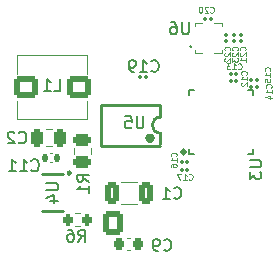
<source format=gbo>
G04 #@! TF.GenerationSoftware,KiCad,Pcbnew,9.0.4*
G04 #@! TF.CreationDate,2025-10-13T14:39:45-04:00*
G04 #@! TF.ProjectId,bldc motor controller,626c6463-206d-46f7-946f-7220636f6e74,rev?*
G04 #@! TF.SameCoordinates,Original*
G04 #@! TF.FileFunction,Legend,Bot*
G04 #@! TF.FilePolarity,Positive*
%FSLAX46Y46*%
G04 Gerber Fmt 4.6, Leading zero omitted, Abs format (unit mm)*
G04 Created by KiCad (PCBNEW 9.0.4) date 2025-10-13 14:39:45*
%MOMM*%
%LPD*%
G01*
G04 APERTURE LIST*
G04 Aperture macros list*
%AMRoundRect*
0 Rectangle with rounded corners*
0 $1 Rounding radius*
0 $2 $3 $4 $5 $6 $7 $8 $9 X,Y pos of 4 corners*
0 Add a 4 corners polygon primitive as box body*
4,1,4,$2,$3,$4,$5,$6,$7,$8,$9,$2,$3,0*
0 Add four circle primitives for the rounded corners*
1,1,$1+$1,$2,$3*
1,1,$1+$1,$4,$5*
1,1,$1+$1,$6,$7*
1,1,$1+$1,$8,$9*
0 Add four rect primitives between the rounded corners*
20,1,$1+$1,$2,$3,$4,$5,0*
20,1,$1+$1,$4,$5,$6,$7,0*
20,1,$1+$1,$6,$7,$8,$9,0*
20,1,$1+$1,$8,$9,$2,$3,0*%
G04 Aperture macros list end*
%ADD10C,0.062500*%
%ADD11C,0.150000*%
%ADD12C,0.120000*%
%ADD13C,0.100000*%
%ADD14C,0.254000*%
%ADD15C,0.400000*%
%ADD16C,0.200000*%
%ADD17C,0.300000*%
%ADD18R,0.850000X0.850000*%
%ADD19C,0.850000*%
%ADD20RoundRect,0.250000X-0.600000X-0.750000X0.600000X-0.750000X0.600000X0.750000X-0.600000X0.750000X0*%
%ADD21O,1.700000X2.000000*%
%ADD22R,1.700000X1.700000*%
%ADD23C,1.700000*%
%ADD24C,3.800000*%
%ADD25RoundRect,0.075000X-0.125000X-0.075000X0.125000X-0.075000X0.125000X0.075000X-0.125000X0.075000X0*%
%ADD26RoundRect,0.225000X0.225000X0.250000X-0.225000X0.250000X-0.225000X-0.250000X0.225000X-0.250000X0*%
%ADD27RoundRect,0.075000X0.125000X0.075000X-0.125000X0.075000X-0.125000X-0.075000X0.125000X-0.075000X0*%
%ADD28RoundRect,0.075000X0.075000X-0.125000X0.075000X0.125000X-0.075000X0.125000X-0.075000X-0.125000X0*%
%ADD29RoundRect,0.250000X-0.750000X-0.650000X0.750000X-0.650000X0.750000X0.650000X-0.750000X0.650000X0*%
%ADD30R,0.500000X0.280000*%
%ADD31R,0.280000X0.500000*%
%ADD32R,0.400000X1.700000*%
%ADD33O,0.900000X0.280000*%
%ADD34O,0.280000X0.900000*%
%ADD35R,3.700000X3.700000*%
%ADD36R,1.100000X0.600000*%
%ADD37RoundRect,0.200000X-0.200000X-0.275000X0.200000X-0.275000X0.200000X0.275000X-0.200000X0.275000X0*%
%ADD38RoundRect,0.140000X-0.140000X-0.170000X0.140000X-0.170000X0.140000X0.170000X-0.140000X0.170000X0*%
%ADD39RoundRect,0.250000X-0.475000X0.250000X-0.475000X-0.250000X0.475000X-0.250000X0.475000X0.250000X0*%
%ADD40RoundRect,0.250000X0.250000X0.475000X-0.250000X0.475000X-0.250000X-0.475000X0.250000X-0.475000X0*%
%ADD41RoundRect,0.250000X0.325000X0.650000X-0.325000X0.650000X-0.325000X-0.650000X0.325000X-0.650000X0*%
G04 APERTURE END LIST*
D10*
X151471428Y-83680440D02*
X151495237Y-83704250D01*
X151495237Y-83704250D02*
X151566666Y-83728059D01*
X151566666Y-83728059D02*
X151614285Y-83728059D01*
X151614285Y-83728059D02*
X151685713Y-83704250D01*
X151685713Y-83704250D02*
X151733332Y-83656630D01*
X151733332Y-83656630D02*
X151757142Y-83609011D01*
X151757142Y-83609011D02*
X151780951Y-83513773D01*
X151780951Y-83513773D02*
X151780951Y-83442345D01*
X151780951Y-83442345D02*
X151757142Y-83347107D01*
X151757142Y-83347107D02*
X151733332Y-83299488D01*
X151733332Y-83299488D02*
X151685713Y-83251869D01*
X151685713Y-83251869D02*
X151614285Y-83228059D01*
X151614285Y-83228059D02*
X151566666Y-83228059D01*
X151566666Y-83228059D02*
X151495237Y-83251869D01*
X151495237Y-83251869D02*
X151471428Y-83275678D01*
X150995237Y-83728059D02*
X151280951Y-83728059D01*
X151138094Y-83728059D02*
X151138094Y-83228059D01*
X151138094Y-83228059D02*
X151185713Y-83299488D01*
X151185713Y-83299488D02*
X151233332Y-83347107D01*
X151233332Y-83347107D02*
X151280951Y-83370916D01*
X150828571Y-83228059D02*
X150519047Y-83228059D01*
X150519047Y-83228059D02*
X150685714Y-83418535D01*
X150685714Y-83418535D02*
X150614285Y-83418535D01*
X150614285Y-83418535D02*
X150566666Y-83442345D01*
X150566666Y-83442345D02*
X150542857Y-83466154D01*
X150542857Y-83466154D02*
X150519047Y-83513773D01*
X150519047Y-83513773D02*
X150519047Y-83632821D01*
X150519047Y-83632821D02*
X150542857Y-83680440D01*
X150542857Y-83680440D02*
X150566666Y-83704250D01*
X150566666Y-83704250D02*
X150614285Y-83728059D01*
X150614285Y-83728059D02*
X150757142Y-83728059D01*
X150757142Y-83728059D02*
X150804761Y-83704250D01*
X150804761Y-83704250D02*
X150828571Y-83680440D01*
D11*
X145216666Y-99009580D02*
X145264285Y-99057200D01*
X145264285Y-99057200D02*
X145407142Y-99104819D01*
X145407142Y-99104819D02*
X145502380Y-99104819D01*
X145502380Y-99104819D02*
X145645237Y-99057200D01*
X145645237Y-99057200D02*
X145740475Y-98961961D01*
X145740475Y-98961961D02*
X145788094Y-98866723D01*
X145788094Y-98866723D02*
X145835713Y-98676247D01*
X145835713Y-98676247D02*
X145835713Y-98533390D01*
X145835713Y-98533390D02*
X145788094Y-98342914D01*
X145788094Y-98342914D02*
X145740475Y-98247676D01*
X145740475Y-98247676D02*
X145645237Y-98152438D01*
X145645237Y-98152438D02*
X145502380Y-98104819D01*
X145502380Y-98104819D02*
X145407142Y-98104819D01*
X145407142Y-98104819D02*
X145264285Y-98152438D01*
X145264285Y-98152438D02*
X145216666Y-98200057D01*
X144740475Y-99104819D02*
X144549999Y-99104819D01*
X144549999Y-99104819D02*
X144454761Y-99057200D01*
X144454761Y-99057200D02*
X144407142Y-99009580D01*
X144407142Y-99009580D02*
X144311904Y-98866723D01*
X144311904Y-98866723D02*
X144264285Y-98676247D01*
X144264285Y-98676247D02*
X144264285Y-98295295D01*
X144264285Y-98295295D02*
X144311904Y-98200057D01*
X144311904Y-98200057D02*
X144359523Y-98152438D01*
X144359523Y-98152438D02*
X144454761Y-98104819D01*
X144454761Y-98104819D02*
X144645237Y-98104819D01*
X144645237Y-98104819D02*
X144740475Y-98152438D01*
X144740475Y-98152438D02*
X144788094Y-98200057D01*
X144788094Y-98200057D02*
X144835713Y-98295295D01*
X144835713Y-98295295D02*
X144835713Y-98533390D01*
X144835713Y-98533390D02*
X144788094Y-98628628D01*
X144788094Y-98628628D02*
X144740475Y-98676247D01*
X144740475Y-98676247D02*
X144645237Y-98723866D01*
X144645237Y-98723866D02*
X144454761Y-98723866D01*
X144454761Y-98723866D02*
X144359523Y-98676247D01*
X144359523Y-98676247D02*
X144311904Y-98628628D01*
X144311904Y-98628628D02*
X144264285Y-98533390D01*
D10*
X146230440Y-91078571D02*
X146254250Y-91054762D01*
X146254250Y-91054762D02*
X146278059Y-90983333D01*
X146278059Y-90983333D02*
X146278059Y-90935714D01*
X146278059Y-90935714D02*
X146254250Y-90864286D01*
X146254250Y-90864286D02*
X146206630Y-90816667D01*
X146206630Y-90816667D02*
X146159011Y-90792857D01*
X146159011Y-90792857D02*
X146063773Y-90769048D01*
X146063773Y-90769048D02*
X145992345Y-90769048D01*
X145992345Y-90769048D02*
X145897107Y-90792857D01*
X145897107Y-90792857D02*
X145849488Y-90816667D01*
X145849488Y-90816667D02*
X145801869Y-90864286D01*
X145801869Y-90864286D02*
X145778059Y-90935714D01*
X145778059Y-90935714D02*
X145778059Y-90983333D01*
X145778059Y-90983333D02*
X145801869Y-91054762D01*
X145801869Y-91054762D02*
X145825678Y-91078571D01*
X146278059Y-91554762D02*
X146278059Y-91269048D01*
X146278059Y-91411905D02*
X145778059Y-91411905D01*
X145778059Y-91411905D02*
X145849488Y-91364286D01*
X145849488Y-91364286D02*
X145897107Y-91316667D01*
X145897107Y-91316667D02*
X145920916Y-91269048D01*
X145778059Y-91983333D02*
X145778059Y-91888095D01*
X145778059Y-91888095D02*
X145801869Y-91840476D01*
X145801869Y-91840476D02*
X145825678Y-91816666D01*
X145825678Y-91816666D02*
X145897107Y-91769047D01*
X145897107Y-91769047D02*
X145992345Y-91745238D01*
X145992345Y-91745238D02*
X146182821Y-91745238D01*
X146182821Y-91745238D02*
X146230440Y-91769047D01*
X146230440Y-91769047D02*
X146254250Y-91792857D01*
X146254250Y-91792857D02*
X146278059Y-91840476D01*
X146278059Y-91840476D02*
X146278059Y-91935714D01*
X146278059Y-91935714D02*
X146254250Y-91983333D01*
X146254250Y-91983333D02*
X146230440Y-92007142D01*
X146230440Y-92007142D02*
X146182821Y-92030952D01*
X146182821Y-92030952D02*
X146063773Y-92030952D01*
X146063773Y-92030952D02*
X146016154Y-92007142D01*
X146016154Y-92007142D02*
X145992345Y-91983333D01*
X145992345Y-91983333D02*
X145968535Y-91935714D01*
X145968535Y-91935714D02*
X145968535Y-91840476D01*
X145968535Y-91840476D02*
X145992345Y-91792857D01*
X145992345Y-91792857D02*
X146016154Y-91769047D01*
X146016154Y-91769047D02*
X146063773Y-91745238D01*
X149121428Y-78880440D02*
X149145237Y-78904250D01*
X149145237Y-78904250D02*
X149216666Y-78928059D01*
X149216666Y-78928059D02*
X149264285Y-78928059D01*
X149264285Y-78928059D02*
X149335713Y-78904250D01*
X149335713Y-78904250D02*
X149383332Y-78856630D01*
X149383332Y-78856630D02*
X149407142Y-78809011D01*
X149407142Y-78809011D02*
X149430951Y-78713773D01*
X149430951Y-78713773D02*
X149430951Y-78642345D01*
X149430951Y-78642345D02*
X149407142Y-78547107D01*
X149407142Y-78547107D02*
X149383332Y-78499488D01*
X149383332Y-78499488D02*
X149335713Y-78451869D01*
X149335713Y-78451869D02*
X149264285Y-78428059D01*
X149264285Y-78428059D02*
X149216666Y-78428059D01*
X149216666Y-78428059D02*
X149145237Y-78451869D01*
X149145237Y-78451869D02*
X149121428Y-78475678D01*
X148930951Y-78475678D02*
X148907142Y-78451869D01*
X148907142Y-78451869D02*
X148859523Y-78428059D01*
X148859523Y-78428059D02*
X148740475Y-78428059D01*
X148740475Y-78428059D02*
X148692856Y-78451869D01*
X148692856Y-78451869D02*
X148669047Y-78475678D01*
X148669047Y-78475678D02*
X148645237Y-78523297D01*
X148645237Y-78523297D02*
X148645237Y-78570916D01*
X148645237Y-78570916D02*
X148669047Y-78642345D01*
X148669047Y-78642345D02*
X148954761Y-78928059D01*
X148954761Y-78928059D02*
X148645237Y-78928059D01*
X148335714Y-78428059D02*
X148288095Y-78428059D01*
X148288095Y-78428059D02*
X148240476Y-78451869D01*
X148240476Y-78451869D02*
X148216666Y-78475678D01*
X148216666Y-78475678D02*
X148192857Y-78523297D01*
X148192857Y-78523297D02*
X148169047Y-78618535D01*
X148169047Y-78618535D02*
X148169047Y-78737583D01*
X148169047Y-78737583D02*
X148192857Y-78832821D01*
X148192857Y-78832821D02*
X148216666Y-78880440D01*
X148216666Y-78880440D02*
X148240476Y-78904250D01*
X148240476Y-78904250D02*
X148288095Y-78928059D01*
X148288095Y-78928059D02*
X148335714Y-78928059D01*
X148335714Y-78928059D02*
X148383333Y-78904250D01*
X148383333Y-78904250D02*
X148407142Y-78880440D01*
X148407142Y-78880440D02*
X148430952Y-78832821D01*
X148430952Y-78832821D02*
X148454761Y-78737583D01*
X148454761Y-78737583D02*
X148454761Y-78618535D01*
X148454761Y-78618535D02*
X148430952Y-78523297D01*
X148430952Y-78523297D02*
X148407142Y-78475678D01*
X148407142Y-78475678D02*
X148383333Y-78451869D01*
X148383333Y-78451869D02*
X148335714Y-78428059D01*
X151430440Y-82128571D02*
X151454250Y-82104762D01*
X151454250Y-82104762D02*
X151478059Y-82033333D01*
X151478059Y-82033333D02*
X151478059Y-81985714D01*
X151478059Y-81985714D02*
X151454250Y-81914286D01*
X151454250Y-81914286D02*
X151406630Y-81866667D01*
X151406630Y-81866667D02*
X151359011Y-81842857D01*
X151359011Y-81842857D02*
X151263773Y-81819048D01*
X151263773Y-81819048D02*
X151192345Y-81819048D01*
X151192345Y-81819048D02*
X151097107Y-81842857D01*
X151097107Y-81842857D02*
X151049488Y-81866667D01*
X151049488Y-81866667D02*
X151001869Y-81914286D01*
X151001869Y-81914286D02*
X150978059Y-81985714D01*
X150978059Y-81985714D02*
X150978059Y-82033333D01*
X150978059Y-82033333D02*
X151001869Y-82104762D01*
X151001869Y-82104762D02*
X151025678Y-82128571D01*
X151025678Y-82319048D02*
X151001869Y-82342857D01*
X151001869Y-82342857D02*
X150978059Y-82390476D01*
X150978059Y-82390476D02*
X150978059Y-82509524D01*
X150978059Y-82509524D02*
X151001869Y-82557143D01*
X151001869Y-82557143D02*
X151025678Y-82580952D01*
X151025678Y-82580952D02*
X151073297Y-82604762D01*
X151073297Y-82604762D02*
X151120916Y-82604762D01*
X151120916Y-82604762D02*
X151192345Y-82580952D01*
X151192345Y-82580952D02*
X151478059Y-82295238D01*
X151478059Y-82295238D02*
X151478059Y-82604762D01*
X150978059Y-82771428D02*
X150978059Y-83080952D01*
X150978059Y-83080952D02*
X151168535Y-82914285D01*
X151168535Y-82914285D02*
X151168535Y-82985714D01*
X151168535Y-82985714D02*
X151192345Y-83033333D01*
X151192345Y-83033333D02*
X151216154Y-83057142D01*
X151216154Y-83057142D02*
X151263773Y-83080952D01*
X151263773Y-83080952D02*
X151382821Y-83080952D01*
X151382821Y-83080952D02*
X151430440Y-83057142D01*
X151430440Y-83057142D02*
X151454250Y-83033333D01*
X151454250Y-83033333D02*
X151478059Y-82985714D01*
X151478059Y-82985714D02*
X151478059Y-82842857D01*
X151478059Y-82842857D02*
X151454250Y-82795238D01*
X151454250Y-82795238D02*
X151430440Y-82771428D01*
D11*
X135916666Y-85554819D02*
X136392856Y-85554819D01*
X136392856Y-85554819D02*
X136392856Y-84554819D01*
X135059523Y-85554819D02*
X135630951Y-85554819D01*
X135345237Y-85554819D02*
X135345237Y-84554819D01*
X135345237Y-84554819D02*
X135440475Y-84697676D01*
X135440475Y-84697676D02*
X135535713Y-84792914D01*
X135535713Y-84792914D02*
X135630951Y-84840533D01*
X147311904Y-79754819D02*
X147311904Y-80564342D01*
X147311904Y-80564342D02*
X147264285Y-80659580D01*
X147264285Y-80659580D02*
X147216666Y-80707200D01*
X147216666Y-80707200D02*
X147121428Y-80754819D01*
X147121428Y-80754819D02*
X146930952Y-80754819D01*
X146930952Y-80754819D02*
X146835714Y-80707200D01*
X146835714Y-80707200D02*
X146788095Y-80659580D01*
X146788095Y-80659580D02*
X146740476Y-80564342D01*
X146740476Y-80564342D02*
X146740476Y-79754819D01*
X145835714Y-79754819D02*
X146026190Y-79754819D01*
X146026190Y-79754819D02*
X146121428Y-79802438D01*
X146121428Y-79802438D02*
X146169047Y-79850057D01*
X146169047Y-79850057D02*
X146264285Y-79992914D01*
X146264285Y-79992914D02*
X146311904Y-80183390D01*
X146311904Y-80183390D02*
X146311904Y-80564342D01*
X146311904Y-80564342D02*
X146264285Y-80659580D01*
X146264285Y-80659580D02*
X146216666Y-80707200D01*
X146216666Y-80707200D02*
X146121428Y-80754819D01*
X146121428Y-80754819D02*
X145930952Y-80754819D01*
X145930952Y-80754819D02*
X145835714Y-80707200D01*
X145835714Y-80707200D02*
X145788095Y-80659580D01*
X145788095Y-80659580D02*
X145740476Y-80564342D01*
X145740476Y-80564342D02*
X145740476Y-80326247D01*
X145740476Y-80326247D02*
X145788095Y-80231009D01*
X145788095Y-80231009D02*
X145835714Y-80183390D01*
X145835714Y-80183390D02*
X145930952Y-80135771D01*
X145930952Y-80135771D02*
X146121428Y-80135771D01*
X146121428Y-80135771D02*
X146216666Y-80183390D01*
X146216666Y-80183390D02*
X146264285Y-80231009D01*
X146264285Y-80231009D02*
X146311904Y-80326247D01*
X143461904Y-87704819D02*
X143461904Y-88514342D01*
X143461904Y-88514342D02*
X143414285Y-88609580D01*
X143414285Y-88609580D02*
X143366666Y-88657200D01*
X143366666Y-88657200D02*
X143271428Y-88704819D01*
X143271428Y-88704819D02*
X143080952Y-88704819D01*
X143080952Y-88704819D02*
X142985714Y-88657200D01*
X142985714Y-88657200D02*
X142938095Y-88609580D01*
X142938095Y-88609580D02*
X142890476Y-88514342D01*
X142890476Y-88514342D02*
X142890476Y-87704819D01*
X141938095Y-87704819D02*
X142414285Y-87704819D01*
X142414285Y-87704819D02*
X142461904Y-88181009D01*
X142461904Y-88181009D02*
X142414285Y-88133390D01*
X142414285Y-88133390D02*
X142319047Y-88085771D01*
X142319047Y-88085771D02*
X142080952Y-88085771D01*
X142080952Y-88085771D02*
X141985714Y-88133390D01*
X141985714Y-88133390D02*
X141938095Y-88181009D01*
X141938095Y-88181009D02*
X141890476Y-88276247D01*
X141890476Y-88276247D02*
X141890476Y-88514342D01*
X141890476Y-88514342D02*
X141938095Y-88609580D01*
X141938095Y-88609580D02*
X141985714Y-88657200D01*
X141985714Y-88657200D02*
X142080952Y-88704819D01*
X142080952Y-88704819D02*
X142319047Y-88704819D01*
X142319047Y-88704819D02*
X142414285Y-88657200D01*
X142414285Y-88657200D02*
X142461904Y-88609580D01*
D10*
X147321428Y-93030440D02*
X147345237Y-93054250D01*
X147345237Y-93054250D02*
X147416666Y-93078059D01*
X147416666Y-93078059D02*
X147464285Y-93078059D01*
X147464285Y-93078059D02*
X147535713Y-93054250D01*
X147535713Y-93054250D02*
X147583332Y-93006630D01*
X147583332Y-93006630D02*
X147607142Y-92959011D01*
X147607142Y-92959011D02*
X147630951Y-92863773D01*
X147630951Y-92863773D02*
X147630951Y-92792345D01*
X147630951Y-92792345D02*
X147607142Y-92697107D01*
X147607142Y-92697107D02*
X147583332Y-92649488D01*
X147583332Y-92649488D02*
X147535713Y-92601869D01*
X147535713Y-92601869D02*
X147464285Y-92578059D01*
X147464285Y-92578059D02*
X147416666Y-92578059D01*
X147416666Y-92578059D02*
X147345237Y-92601869D01*
X147345237Y-92601869D02*
X147321428Y-92625678D01*
X146845237Y-93078059D02*
X147130951Y-93078059D01*
X146988094Y-93078059D02*
X146988094Y-92578059D01*
X146988094Y-92578059D02*
X147035713Y-92649488D01*
X147035713Y-92649488D02*
X147083332Y-92697107D01*
X147083332Y-92697107D02*
X147130951Y-92720916D01*
X146678571Y-92578059D02*
X146345238Y-92578059D01*
X146345238Y-92578059D02*
X146559523Y-93078059D01*
X154280440Y-85278571D02*
X154304250Y-85254762D01*
X154304250Y-85254762D02*
X154328059Y-85183333D01*
X154328059Y-85183333D02*
X154328059Y-85135714D01*
X154328059Y-85135714D02*
X154304250Y-85064286D01*
X154304250Y-85064286D02*
X154256630Y-85016667D01*
X154256630Y-85016667D02*
X154209011Y-84992857D01*
X154209011Y-84992857D02*
X154113773Y-84969048D01*
X154113773Y-84969048D02*
X154042345Y-84969048D01*
X154042345Y-84969048D02*
X153947107Y-84992857D01*
X153947107Y-84992857D02*
X153899488Y-85016667D01*
X153899488Y-85016667D02*
X153851869Y-85064286D01*
X153851869Y-85064286D02*
X153828059Y-85135714D01*
X153828059Y-85135714D02*
X153828059Y-85183333D01*
X153828059Y-85183333D02*
X153851869Y-85254762D01*
X153851869Y-85254762D02*
X153875678Y-85278571D01*
X154328059Y-85754762D02*
X154328059Y-85469048D01*
X154328059Y-85611905D02*
X153828059Y-85611905D01*
X153828059Y-85611905D02*
X153899488Y-85564286D01*
X153899488Y-85564286D02*
X153947107Y-85516667D01*
X153947107Y-85516667D02*
X153970916Y-85469048D01*
X153994726Y-86183333D02*
X154328059Y-86183333D01*
X153804250Y-86064285D02*
X154161392Y-85945238D01*
X154161392Y-85945238D02*
X154161392Y-86254761D01*
X152080440Y-82128571D02*
X152104250Y-82104762D01*
X152104250Y-82104762D02*
X152128059Y-82033333D01*
X152128059Y-82033333D02*
X152128059Y-81985714D01*
X152128059Y-81985714D02*
X152104250Y-81914286D01*
X152104250Y-81914286D02*
X152056630Y-81866667D01*
X152056630Y-81866667D02*
X152009011Y-81842857D01*
X152009011Y-81842857D02*
X151913773Y-81819048D01*
X151913773Y-81819048D02*
X151842345Y-81819048D01*
X151842345Y-81819048D02*
X151747107Y-81842857D01*
X151747107Y-81842857D02*
X151699488Y-81866667D01*
X151699488Y-81866667D02*
X151651869Y-81914286D01*
X151651869Y-81914286D02*
X151628059Y-81985714D01*
X151628059Y-81985714D02*
X151628059Y-82033333D01*
X151628059Y-82033333D02*
X151651869Y-82104762D01*
X151651869Y-82104762D02*
X151675678Y-82128571D01*
X151675678Y-82319048D02*
X151651869Y-82342857D01*
X151651869Y-82342857D02*
X151628059Y-82390476D01*
X151628059Y-82390476D02*
X151628059Y-82509524D01*
X151628059Y-82509524D02*
X151651869Y-82557143D01*
X151651869Y-82557143D02*
X151675678Y-82580952D01*
X151675678Y-82580952D02*
X151723297Y-82604762D01*
X151723297Y-82604762D02*
X151770916Y-82604762D01*
X151770916Y-82604762D02*
X151842345Y-82580952D01*
X151842345Y-82580952D02*
X152128059Y-82295238D01*
X152128059Y-82295238D02*
X152128059Y-82604762D01*
X152128059Y-83080952D02*
X152128059Y-82795238D01*
X152128059Y-82938095D02*
X151628059Y-82938095D01*
X151628059Y-82938095D02*
X151699488Y-82890476D01*
X151699488Y-82890476D02*
X151747107Y-82842857D01*
X151747107Y-82842857D02*
X151770916Y-82795238D01*
D11*
X152454819Y-91438095D02*
X153264342Y-91438095D01*
X153264342Y-91438095D02*
X153359580Y-91485714D01*
X153359580Y-91485714D02*
X153407200Y-91533333D01*
X153407200Y-91533333D02*
X153454819Y-91628571D01*
X153454819Y-91628571D02*
X153454819Y-91819047D01*
X153454819Y-91819047D02*
X153407200Y-91914285D01*
X153407200Y-91914285D02*
X153359580Y-91961904D01*
X153359580Y-91961904D02*
X153264342Y-92009523D01*
X153264342Y-92009523D02*
X152454819Y-92009523D01*
X152454819Y-92390476D02*
X152454819Y-93009523D01*
X152454819Y-93009523D02*
X152835771Y-92676190D01*
X152835771Y-92676190D02*
X152835771Y-92819047D01*
X152835771Y-92819047D02*
X152883390Y-92914285D01*
X152883390Y-92914285D02*
X152931009Y-92961904D01*
X152931009Y-92961904D02*
X153026247Y-93009523D01*
X153026247Y-93009523D02*
X153264342Y-93009523D01*
X153264342Y-93009523D02*
X153359580Y-92961904D01*
X153359580Y-92961904D02*
X153407200Y-92914285D01*
X153407200Y-92914285D02*
X153454819Y-92819047D01*
X153454819Y-92819047D02*
X153454819Y-92533333D01*
X153454819Y-92533333D02*
X153407200Y-92438095D01*
X153407200Y-92438095D02*
X153359580Y-92390476D01*
X135254819Y-93388095D02*
X136064342Y-93388095D01*
X136064342Y-93388095D02*
X136159580Y-93435714D01*
X136159580Y-93435714D02*
X136207200Y-93483333D01*
X136207200Y-93483333D02*
X136254819Y-93578571D01*
X136254819Y-93578571D02*
X136254819Y-93769047D01*
X136254819Y-93769047D02*
X136207200Y-93864285D01*
X136207200Y-93864285D02*
X136159580Y-93911904D01*
X136159580Y-93911904D02*
X136064342Y-93959523D01*
X136064342Y-93959523D02*
X135254819Y-93959523D01*
X135588152Y-94864285D02*
X136254819Y-94864285D01*
X135207200Y-94626190D02*
X135921485Y-94388095D01*
X135921485Y-94388095D02*
X135921485Y-95007142D01*
X137966666Y-98304819D02*
X138299999Y-97828628D01*
X138538094Y-98304819D02*
X138538094Y-97304819D01*
X138538094Y-97304819D02*
X138157142Y-97304819D01*
X138157142Y-97304819D02*
X138061904Y-97352438D01*
X138061904Y-97352438D02*
X138014285Y-97400057D01*
X138014285Y-97400057D02*
X137966666Y-97495295D01*
X137966666Y-97495295D02*
X137966666Y-97638152D01*
X137966666Y-97638152D02*
X138014285Y-97733390D01*
X138014285Y-97733390D02*
X138061904Y-97781009D01*
X138061904Y-97781009D02*
X138157142Y-97828628D01*
X138157142Y-97828628D02*
X138538094Y-97828628D01*
X137109523Y-97304819D02*
X137299999Y-97304819D01*
X137299999Y-97304819D02*
X137395237Y-97352438D01*
X137395237Y-97352438D02*
X137442856Y-97400057D01*
X137442856Y-97400057D02*
X137538094Y-97542914D01*
X137538094Y-97542914D02*
X137585713Y-97733390D01*
X137585713Y-97733390D02*
X137585713Y-98114342D01*
X137585713Y-98114342D02*
X137538094Y-98209580D01*
X137538094Y-98209580D02*
X137490475Y-98257200D01*
X137490475Y-98257200D02*
X137395237Y-98304819D01*
X137395237Y-98304819D02*
X137204761Y-98304819D01*
X137204761Y-98304819D02*
X137109523Y-98257200D01*
X137109523Y-98257200D02*
X137061904Y-98209580D01*
X137061904Y-98209580D02*
X137014285Y-98114342D01*
X137014285Y-98114342D02*
X137014285Y-97876247D01*
X137014285Y-97876247D02*
X137061904Y-97781009D01*
X137061904Y-97781009D02*
X137109523Y-97733390D01*
X137109523Y-97733390D02*
X137204761Y-97685771D01*
X137204761Y-97685771D02*
X137395237Y-97685771D01*
X137395237Y-97685771D02*
X137490475Y-97733390D01*
X137490475Y-97733390D02*
X137538094Y-97781009D01*
X137538094Y-97781009D02*
X137585713Y-97876247D01*
D10*
X150780440Y-82128571D02*
X150804250Y-82104762D01*
X150804250Y-82104762D02*
X150828059Y-82033333D01*
X150828059Y-82033333D02*
X150828059Y-81985714D01*
X150828059Y-81985714D02*
X150804250Y-81914286D01*
X150804250Y-81914286D02*
X150756630Y-81866667D01*
X150756630Y-81866667D02*
X150709011Y-81842857D01*
X150709011Y-81842857D02*
X150613773Y-81819048D01*
X150613773Y-81819048D02*
X150542345Y-81819048D01*
X150542345Y-81819048D02*
X150447107Y-81842857D01*
X150447107Y-81842857D02*
X150399488Y-81866667D01*
X150399488Y-81866667D02*
X150351869Y-81914286D01*
X150351869Y-81914286D02*
X150328059Y-81985714D01*
X150328059Y-81985714D02*
X150328059Y-82033333D01*
X150328059Y-82033333D02*
X150351869Y-82104762D01*
X150351869Y-82104762D02*
X150375678Y-82128571D01*
X150375678Y-82319048D02*
X150351869Y-82342857D01*
X150351869Y-82342857D02*
X150328059Y-82390476D01*
X150328059Y-82390476D02*
X150328059Y-82509524D01*
X150328059Y-82509524D02*
X150351869Y-82557143D01*
X150351869Y-82557143D02*
X150375678Y-82580952D01*
X150375678Y-82580952D02*
X150423297Y-82604762D01*
X150423297Y-82604762D02*
X150470916Y-82604762D01*
X150470916Y-82604762D02*
X150542345Y-82580952D01*
X150542345Y-82580952D02*
X150828059Y-82295238D01*
X150828059Y-82295238D02*
X150828059Y-82604762D01*
X150375678Y-82795238D02*
X150351869Y-82819047D01*
X150351869Y-82819047D02*
X150328059Y-82866666D01*
X150328059Y-82866666D02*
X150328059Y-82985714D01*
X150328059Y-82985714D02*
X150351869Y-83033333D01*
X150351869Y-83033333D02*
X150375678Y-83057142D01*
X150375678Y-83057142D02*
X150423297Y-83080952D01*
X150423297Y-83080952D02*
X150470916Y-83080952D01*
X150470916Y-83080952D02*
X150542345Y-83057142D01*
X150542345Y-83057142D02*
X150828059Y-82771428D01*
X150828059Y-82771428D02*
X150828059Y-83080952D01*
D11*
X133992857Y-92259580D02*
X134040476Y-92307200D01*
X134040476Y-92307200D02*
X134183333Y-92354819D01*
X134183333Y-92354819D02*
X134278571Y-92354819D01*
X134278571Y-92354819D02*
X134421428Y-92307200D01*
X134421428Y-92307200D02*
X134516666Y-92211961D01*
X134516666Y-92211961D02*
X134564285Y-92116723D01*
X134564285Y-92116723D02*
X134611904Y-91926247D01*
X134611904Y-91926247D02*
X134611904Y-91783390D01*
X134611904Y-91783390D02*
X134564285Y-91592914D01*
X134564285Y-91592914D02*
X134516666Y-91497676D01*
X134516666Y-91497676D02*
X134421428Y-91402438D01*
X134421428Y-91402438D02*
X134278571Y-91354819D01*
X134278571Y-91354819D02*
X134183333Y-91354819D01*
X134183333Y-91354819D02*
X134040476Y-91402438D01*
X134040476Y-91402438D02*
X133992857Y-91450057D01*
X133040476Y-92354819D02*
X133611904Y-92354819D01*
X133326190Y-92354819D02*
X133326190Y-91354819D01*
X133326190Y-91354819D02*
X133421428Y-91497676D01*
X133421428Y-91497676D02*
X133516666Y-91592914D01*
X133516666Y-91592914D02*
X133611904Y-91640533D01*
X132088095Y-92354819D02*
X132659523Y-92354819D01*
X132373809Y-92354819D02*
X132373809Y-91354819D01*
X132373809Y-91354819D02*
X132469047Y-91497676D01*
X132469047Y-91497676D02*
X132564285Y-91592914D01*
X132564285Y-91592914D02*
X132659523Y-91640533D01*
D10*
X152180440Y-84178571D02*
X152204250Y-84154762D01*
X152204250Y-84154762D02*
X152228059Y-84083333D01*
X152228059Y-84083333D02*
X152228059Y-84035714D01*
X152228059Y-84035714D02*
X152204250Y-83964286D01*
X152204250Y-83964286D02*
X152156630Y-83916667D01*
X152156630Y-83916667D02*
X152109011Y-83892857D01*
X152109011Y-83892857D02*
X152013773Y-83869048D01*
X152013773Y-83869048D02*
X151942345Y-83869048D01*
X151942345Y-83869048D02*
X151847107Y-83892857D01*
X151847107Y-83892857D02*
X151799488Y-83916667D01*
X151799488Y-83916667D02*
X151751869Y-83964286D01*
X151751869Y-83964286D02*
X151728059Y-84035714D01*
X151728059Y-84035714D02*
X151728059Y-84083333D01*
X151728059Y-84083333D02*
X151751869Y-84154762D01*
X151751869Y-84154762D02*
X151775678Y-84178571D01*
X152228059Y-84654762D02*
X152228059Y-84369048D01*
X152228059Y-84511905D02*
X151728059Y-84511905D01*
X151728059Y-84511905D02*
X151799488Y-84464286D01*
X151799488Y-84464286D02*
X151847107Y-84416667D01*
X151847107Y-84416667D02*
X151870916Y-84369048D01*
X151775678Y-84845238D02*
X151751869Y-84869047D01*
X151751869Y-84869047D02*
X151728059Y-84916666D01*
X151728059Y-84916666D02*
X151728059Y-85035714D01*
X151728059Y-85035714D02*
X151751869Y-85083333D01*
X151751869Y-85083333D02*
X151775678Y-85107142D01*
X151775678Y-85107142D02*
X151823297Y-85130952D01*
X151823297Y-85130952D02*
X151870916Y-85130952D01*
X151870916Y-85130952D02*
X151942345Y-85107142D01*
X151942345Y-85107142D02*
X152228059Y-84821428D01*
X152228059Y-84821428D02*
X152228059Y-85130952D01*
D11*
X144142857Y-83859580D02*
X144190476Y-83907200D01*
X144190476Y-83907200D02*
X144333333Y-83954819D01*
X144333333Y-83954819D02*
X144428571Y-83954819D01*
X144428571Y-83954819D02*
X144571428Y-83907200D01*
X144571428Y-83907200D02*
X144666666Y-83811961D01*
X144666666Y-83811961D02*
X144714285Y-83716723D01*
X144714285Y-83716723D02*
X144761904Y-83526247D01*
X144761904Y-83526247D02*
X144761904Y-83383390D01*
X144761904Y-83383390D02*
X144714285Y-83192914D01*
X144714285Y-83192914D02*
X144666666Y-83097676D01*
X144666666Y-83097676D02*
X144571428Y-83002438D01*
X144571428Y-83002438D02*
X144428571Y-82954819D01*
X144428571Y-82954819D02*
X144333333Y-82954819D01*
X144333333Y-82954819D02*
X144190476Y-83002438D01*
X144190476Y-83002438D02*
X144142857Y-83050057D01*
X143190476Y-83954819D02*
X143761904Y-83954819D01*
X143476190Y-83954819D02*
X143476190Y-82954819D01*
X143476190Y-82954819D02*
X143571428Y-83097676D01*
X143571428Y-83097676D02*
X143666666Y-83192914D01*
X143666666Y-83192914D02*
X143761904Y-83240533D01*
X142714285Y-83954819D02*
X142523809Y-83954819D01*
X142523809Y-83954819D02*
X142428571Y-83907200D01*
X142428571Y-83907200D02*
X142380952Y-83859580D01*
X142380952Y-83859580D02*
X142285714Y-83716723D01*
X142285714Y-83716723D02*
X142238095Y-83526247D01*
X142238095Y-83526247D02*
X142238095Y-83145295D01*
X142238095Y-83145295D02*
X142285714Y-83050057D01*
X142285714Y-83050057D02*
X142333333Y-83002438D01*
X142333333Y-83002438D02*
X142428571Y-82954819D01*
X142428571Y-82954819D02*
X142619047Y-82954819D01*
X142619047Y-82954819D02*
X142714285Y-83002438D01*
X142714285Y-83002438D02*
X142761904Y-83050057D01*
X142761904Y-83050057D02*
X142809523Y-83145295D01*
X142809523Y-83145295D02*
X142809523Y-83383390D01*
X142809523Y-83383390D02*
X142761904Y-83478628D01*
X142761904Y-83478628D02*
X142714285Y-83526247D01*
X142714285Y-83526247D02*
X142619047Y-83573866D01*
X142619047Y-83573866D02*
X142428571Y-83573866D01*
X142428571Y-83573866D02*
X142333333Y-83526247D01*
X142333333Y-83526247D02*
X142285714Y-83478628D01*
X142285714Y-83478628D02*
X142238095Y-83383390D01*
X138854819Y-93233333D02*
X138378628Y-92900000D01*
X138854819Y-92661905D02*
X137854819Y-92661905D01*
X137854819Y-92661905D02*
X137854819Y-93042857D01*
X137854819Y-93042857D02*
X137902438Y-93138095D01*
X137902438Y-93138095D02*
X137950057Y-93185714D01*
X137950057Y-93185714D02*
X138045295Y-93233333D01*
X138045295Y-93233333D02*
X138188152Y-93233333D01*
X138188152Y-93233333D02*
X138283390Y-93185714D01*
X138283390Y-93185714D02*
X138331009Y-93138095D01*
X138331009Y-93138095D02*
X138378628Y-93042857D01*
X138378628Y-93042857D02*
X138378628Y-92661905D01*
X138854819Y-94185714D02*
X138854819Y-93614286D01*
X138854819Y-93900000D02*
X137854819Y-93900000D01*
X137854819Y-93900000D02*
X137997676Y-93804762D01*
X137997676Y-93804762D02*
X138092914Y-93709524D01*
X138092914Y-93709524D02*
X138140533Y-93614286D01*
D10*
X154180440Y-83878571D02*
X154204250Y-83854762D01*
X154204250Y-83854762D02*
X154228059Y-83783333D01*
X154228059Y-83783333D02*
X154228059Y-83735714D01*
X154228059Y-83735714D02*
X154204250Y-83664286D01*
X154204250Y-83664286D02*
X154156630Y-83616667D01*
X154156630Y-83616667D02*
X154109011Y-83592857D01*
X154109011Y-83592857D02*
X154013773Y-83569048D01*
X154013773Y-83569048D02*
X153942345Y-83569048D01*
X153942345Y-83569048D02*
X153847107Y-83592857D01*
X153847107Y-83592857D02*
X153799488Y-83616667D01*
X153799488Y-83616667D02*
X153751869Y-83664286D01*
X153751869Y-83664286D02*
X153728059Y-83735714D01*
X153728059Y-83735714D02*
X153728059Y-83783333D01*
X153728059Y-83783333D02*
X153751869Y-83854762D01*
X153751869Y-83854762D02*
X153775678Y-83878571D01*
X154228059Y-84354762D02*
X154228059Y-84069048D01*
X154228059Y-84211905D02*
X153728059Y-84211905D01*
X153728059Y-84211905D02*
X153799488Y-84164286D01*
X153799488Y-84164286D02*
X153847107Y-84116667D01*
X153847107Y-84116667D02*
X153870916Y-84069048D01*
X153728059Y-84807142D02*
X153728059Y-84569047D01*
X153728059Y-84569047D02*
X153966154Y-84545238D01*
X153966154Y-84545238D02*
X153942345Y-84569047D01*
X153942345Y-84569047D02*
X153918535Y-84616666D01*
X153918535Y-84616666D02*
X153918535Y-84735714D01*
X153918535Y-84735714D02*
X153942345Y-84783333D01*
X153942345Y-84783333D02*
X153966154Y-84807142D01*
X153966154Y-84807142D02*
X154013773Y-84830952D01*
X154013773Y-84830952D02*
X154132821Y-84830952D01*
X154132821Y-84830952D02*
X154180440Y-84807142D01*
X154180440Y-84807142D02*
X154204250Y-84783333D01*
X154204250Y-84783333D02*
X154228059Y-84735714D01*
X154228059Y-84735714D02*
X154228059Y-84616666D01*
X154228059Y-84616666D02*
X154204250Y-84569047D01*
X154204250Y-84569047D02*
X154180440Y-84545238D01*
D11*
X132916666Y-89909580D02*
X132964285Y-89957200D01*
X132964285Y-89957200D02*
X133107142Y-90004819D01*
X133107142Y-90004819D02*
X133202380Y-90004819D01*
X133202380Y-90004819D02*
X133345237Y-89957200D01*
X133345237Y-89957200D02*
X133440475Y-89861961D01*
X133440475Y-89861961D02*
X133488094Y-89766723D01*
X133488094Y-89766723D02*
X133535713Y-89576247D01*
X133535713Y-89576247D02*
X133535713Y-89433390D01*
X133535713Y-89433390D02*
X133488094Y-89242914D01*
X133488094Y-89242914D02*
X133440475Y-89147676D01*
X133440475Y-89147676D02*
X133345237Y-89052438D01*
X133345237Y-89052438D02*
X133202380Y-89004819D01*
X133202380Y-89004819D02*
X133107142Y-89004819D01*
X133107142Y-89004819D02*
X132964285Y-89052438D01*
X132964285Y-89052438D02*
X132916666Y-89100057D01*
X132535713Y-89100057D02*
X132488094Y-89052438D01*
X132488094Y-89052438D02*
X132392856Y-89004819D01*
X132392856Y-89004819D02*
X132154761Y-89004819D01*
X132154761Y-89004819D02*
X132059523Y-89052438D01*
X132059523Y-89052438D02*
X132011904Y-89100057D01*
X132011904Y-89100057D02*
X131964285Y-89195295D01*
X131964285Y-89195295D02*
X131964285Y-89290533D01*
X131964285Y-89290533D02*
X132011904Y-89433390D01*
X132011904Y-89433390D02*
X132583332Y-90004819D01*
X132583332Y-90004819D02*
X131964285Y-90004819D01*
X146066666Y-94609580D02*
X146114285Y-94657200D01*
X146114285Y-94657200D02*
X146257142Y-94704819D01*
X146257142Y-94704819D02*
X146352380Y-94704819D01*
X146352380Y-94704819D02*
X146495237Y-94657200D01*
X146495237Y-94657200D02*
X146590475Y-94561961D01*
X146590475Y-94561961D02*
X146638094Y-94466723D01*
X146638094Y-94466723D02*
X146685713Y-94276247D01*
X146685713Y-94276247D02*
X146685713Y-94133390D01*
X146685713Y-94133390D02*
X146638094Y-93942914D01*
X146638094Y-93942914D02*
X146590475Y-93847676D01*
X146590475Y-93847676D02*
X146495237Y-93752438D01*
X146495237Y-93752438D02*
X146352380Y-93704819D01*
X146352380Y-93704819D02*
X146257142Y-93704819D01*
X146257142Y-93704819D02*
X146114285Y-93752438D01*
X146114285Y-93752438D02*
X146066666Y-93800057D01*
X145114285Y-94704819D02*
X145685713Y-94704819D01*
X145399999Y-94704819D02*
X145399999Y-93704819D01*
X145399999Y-93704819D02*
X145495237Y-93847676D01*
X145495237Y-93847676D02*
X145590475Y-93942914D01*
X145590475Y-93942914D02*
X145685713Y-93990533D01*
D12*
G04 #@! TO.C,C9*
X142340580Y-97990000D02*
X142059420Y-97990000D01*
X142340580Y-99010000D02*
X142059420Y-99010000D01*
G04 #@! TO.C,L1*
X132790000Y-82540000D02*
X132790000Y-84090000D01*
X132790000Y-86410000D02*
X132790000Y-87960000D01*
X132790000Y-87960000D02*
X138710000Y-87960000D01*
X138710000Y-82540000D02*
X132790000Y-82540000D01*
X138710000Y-84090000D02*
X138710000Y-82540000D01*
X138710000Y-87960000D02*
X138710000Y-86410000D01*
D13*
G04 #@! TO.C,U6*
X147807000Y-79805000D02*
X147807000Y-80059000D01*
X147807000Y-82345000D02*
X147807000Y-82119000D01*
X148442000Y-79805000D02*
X147807000Y-79805000D01*
X148442000Y-82345000D02*
X147807000Y-82345000D01*
X150093000Y-79805000D02*
X149458000Y-79805000D01*
X150093000Y-80059000D02*
X150093000Y-79805000D01*
X150093000Y-82091000D02*
X150093000Y-82345000D01*
X150093000Y-82345000D02*
X149458000Y-82345000D01*
D11*
X147567500Y-81825000D02*
G75*
G02*
X147417500Y-81825000I-75000J0D01*
G01*
X147417500Y-81825000D02*
G75*
G02*
X147567500Y-81825000I75000J0D01*
G01*
D14*
G04 #@! TO.C,U5*
X139900000Y-86706500D02*
X139900000Y-90190000D01*
X144914500Y-86706500D02*
X139900000Y-86706500D01*
X144914500Y-87764000D02*
X144914500Y-86706500D01*
X144914500Y-90050000D02*
X144914500Y-89136000D01*
X144914500Y-90190000D02*
X139900000Y-90190000D01*
X144914500Y-89136000D02*
G75*
G02*
X144914500Y-87764000I0J686000D01*
G01*
D15*
X144230000Y-89560000D02*
G75*
G02*
X143830000Y-89560000I-200000J0D01*
G01*
X143830000Y-89560000D02*
G75*
G02*
X144230000Y-89560000I200000J0D01*
G01*
D16*
G04 #@! TO.C,U3*
X147349995Y-85500000D02*
X147754995Y-85500000D01*
X147349995Y-85905000D02*
X147349995Y-85500000D01*
X147349995Y-90495000D02*
X147349995Y-90900000D01*
X147349995Y-90900000D02*
X147754995Y-90900000D01*
X152344995Y-85500000D02*
X152749995Y-85500000D01*
X152344995Y-90900000D02*
X152749995Y-90900000D01*
X152749995Y-85500000D02*
X152749995Y-85905000D01*
X152749995Y-90900000D02*
X152749995Y-90495000D01*
D17*
X146999495Y-90728000D02*
G75*
G02*
X146999495Y-90725500I-149999J1250D01*
G01*
D14*
G04 #@! TO.C,U4*
X134900000Y-92614000D02*
X136700000Y-92614000D01*
X134900000Y-95714000D02*
X136700000Y-95714000D01*
X137324000Y-92513000D02*
G75*
G02*
X137070000Y-92513000I-127000J0D01*
G01*
X137070000Y-92513000D02*
G75*
G02*
X137324000Y-92513000I127000J0D01*
G01*
D12*
G04 #@! TO.C,R6*
X137662742Y-95927500D02*
X138137258Y-95927500D01*
X137662742Y-96972500D02*
X138137258Y-96972500D01*
G04 #@! TO.C,C11*
X135542164Y-90840000D02*
X135757836Y-90840000D01*
X135542164Y-91560000D02*
X135757836Y-91560000D01*
G04 #@! TO.C,R1*
X137565000Y-90388748D02*
X137565000Y-90911252D01*
X139035000Y-90388748D02*
X139035000Y-90911252D01*
G04 #@! TO.C,C2*
X135711252Y-88765000D02*
X135188748Y-88765000D01*
X135711252Y-90235000D02*
X135188748Y-90235000D01*
G04 #@! TO.C,C1*
X142961252Y-93290000D02*
X141538748Y-93290000D01*
X142961252Y-95110000D02*
X141538748Y-95110000D01*
G04 #@! TD*
%LPC*%
D18*
G04 #@! TO.C,J1*
X145600000Y-85000000D03*
D19*
X145600000Y-84000000D03*
X145600000Y-83000000D03*
X145600000Y-82000000D03*
G04 #@! TD*
D20*
G04 #@! TO.C,-BAT+1*
X140900000Y-96750000D03*
D21*
X143400000Y-96750000D03*
G04 #@! TD*
D22*
G04 #@! TO.C,U8*
X145590000Y-78200000D03*
D23*
X143050000Y-78200000D03*
X140510000Y-78200000D03*
G04 #@! TD*
D24*
G04 #@! TO.C,M2*
X136000000Y-79900000D03*
G04 #@! TD*
G04 #@! TO.C,M2*
X148850000Y-96300000D03*
G04 #@! TD*
D25*
G04 #@! TO.C,C13*
X150850000Y-84100000D03*
X151350000Y-84100000D03*
G04 #@! TD*
D26*
G04 #@! TO.C,C9*
X142975000Y-98500000D03*
X141425000Y-98500000D03*
G04 #@! TD*
D27*
G04 #@! TO.C,C16*
X147200000Y-91600000D03*
X146700000Y-91600000D03*
G04 #@! TD*
D25*
G04 #@! TO.C,C20*
X148700000Y-79475000D03*
X149200000Y-79475000D03*
G04 #@! TD*
D28*
G04 #@! TO.C,C23*
X151100000Y-81325000D03*
X151100000Y-80825000D03*
G04 #@! TD*
D29*
G04 #@! TO.C,L1*
X133500000Y-85250000D03*
X138000000Y-85250000D03*
G04 #@! TD*
D30*
G04 #@! TO.C,U6*
X148075000Y-81825000D03*
X148075000Y-81325000D03*
X148075000Y-80825000D03*
X148075000Y-80325000D03*
D31*
X148700000Y-80200000D03*
X149200000Y-80200000D03*
D30*
X149825000Y-80325000D03*
X149825000Y-80825000D03*
X149825000Y-81325000D03*
X149825000Y-81825000D03*
D31*
X149200000Y-81950000D03*
X148700000Y-81950000D03*
G04 #@! TD*
D32*
G04 #@! TO.C,U5*
X144350000Y-91250000D03*
X143700000Y-91250000D03*
X143050000Y-91250000D03*
X142400000Y-91250000D03*
X141750000Y-91250000D03*
X141100000Y-91250000D03*
X140450000Y-91250000D03*
X140450000Y-85650000D03*
X141100000Y-85650000D03*
X141750000Y-85650000D03*
X142400000Y-85650000D03*
X143050000Y-85650000D03*
X143700000Y-85650000D03*
X144350000Y-85650000D03*
G04 #@! TD*
D27*
G04 #@! TO.C,C17*
X147200000Y-92250000D03*
X146700000Y-92250000D03*
G04 #@! TD*
D25*
G04 #@! TO.C,C14*
X152600000Y-85250000D03*
X153100000Y-85250000D03*
G04 #@! TD*
D28*
G04 #@! TO.C,C21*
X151700000Y-81325000D03*
X151700000Y-80825000D03*
G04 #@! TD*
D33*
G04 #@! TO.C,U3*
X147499995Y-89950000D03*
X147499995Y-89450000D03*
X147499995Y-88950000D03*
X147499995Y-88450000D03*
X147499995Y-87950000D03*
X147499995Y-87450000D03*
X147499995Y-86950000D03*
X147499995Y-86450000D03*
D34*
X148299995Y-85650000D03*
X148799995Y-85650000D03*
X149299995Y-85650000D03*
X149799995Y-85650000D03*
X150299995Y-85650000D03*
X150799995Y-85650000D03*
X151299995Y-85650000D03*
X151799995Y-85650000D03*
D33*
X152599995Y-86450000D03*
X152599995Y-86950000D03*
X152599995Y-87450000D03*
X152599995Y-87950000D03*
X152599995Y-88450000D03*
X152599995Y-88950000D03*
X152599995Y-89450000D03*
X152599995Y-89950000D03*
D34*
X151799995Y-90750000D03*
X151299995Y-90750000D03*
X150799995Y-90750000D03*
X150299995Y-90750000D03*
X149799995Y-90750000D03*
X149299995Y-90750000D03*
X148799995Y-90750000D03*
X148299995Y-90750000D03*
D35*
X150049995Y-88200000D03*
G04 #@! TD*
D36*
G04 #@! TO.C,U4*
X137150000Y-93214000D03*
X137150000Y-94164000D03*
X137150000Y-95114000D03*
X134450000Y-95114000D03*
X134450000Y-94164000D03*
X134450000Y-93214000D03*
G04 #@! TD*
D37*
G04 #@! TO.C,R6*
X137075000Y-96450000D03*
X138725000Y-96450000D03*
G04 #@! TD*
D28*
G04 #@! TO.C,C22*
X150500000Y-81325000D03*
X150500000Y-80825000D03*
G04 #@! TD*
D38*
G04 #@! TO.C,C11*
X135170000Y-91200000D03*
X136130000Y-91200000D03*
G04 #@! TD*
D25*
G04 #@! TO.C,C12*
X150850000Y-84750000D03*
X151350000Y-84750000D03*
G04 #@! TD*
G04 #@! TO.C,C19*
X143150000Y-84400000D03*
X143650000Y-84400000D03*
G04 #@! TD*
D39*
G04 #@! TO.C,R1*
X138300000Y-89700000D03*
X138300000Y-91600000D03*
G04 #@! TD*
D25*
G04 #@! TO.C,C15*
X152600000Y-84650000D03*
X153100000Y-84650000D03*
G04 #@! TD*
D40*
G04 #@! TO.C,C2*
X136400000Y-89500000D03*
X134500000Y-89500000D03*
G04 #@! TD*
D41*
G04 #@! TO.C,C1*
X143725000Y-94200000D03*
X140775000Y-94200000D03*
G04 #@! TD*
%LPD*%
M02*

</source>
